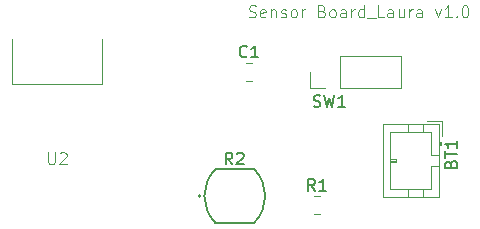
<source format=gbr>
%TF.GenerationSoftware,KiCad,Pcbnew,8.0.8*%
%TF.CreationDate,2025-02-10T00:24:17-08:00*%
%TF.ProjectId,514_final_sensor_pcb,3531345f-6669-46e6-916c-5f73656e736f,rev?*%
%TF.SameCoordinates,Original*%
%TF.FileFunction,Legend,Top*%
%TF.FilePolarity,Positive*%
%FSLAX46Y46*%
G04 Gerber Fmt 4.6, Leading zero omitted, Abs format (unit mm)*
G04 Created by KiCad (PCBNEW 8.0.8) date 2025-02-10 00:24:17*
%MOMM*%
%LPD*%
G01*
G04 APERTURE LIST*
%ADD10C,0.100000*%
%ADD11C,0.150000*%
%ADD12C,0.120000*%
%ADD13C,0.127000*%
%ADD14C,0.200000*%
G04 APERTURE END LIST*
D10*
X98256265Y-53324800D02*
X98399122Y-53372419D01*
X98399122Y-53372419D02*
X98637217Y-53372419D01*
X98637217Y-53372419D02*
X98732455Y-53324800D01*
X98732455Y-53324800D02*
X98780074Y-53277180D01*
X98780074Y-53277180D02*
X98827693Y-53181942D01*
X98827693Y-53181942D02*
X98827693Y-53086704D01*
X98827693Y-53086704D02*
X98780074Y-52991466D01*
X98780074Y-52991466D02*
X98732455Y-52943847D01*
X98732455Y-52943847D02*
X98637217Y-52896228D01*
X98637217Y-52896228D02*
X98446741Y-52848609D01*
X98446741Y-52848609D02*
X98351503Y-52800990D01*
X98351503Y-52800990D02*
X98303884Y-52753371D01*
X98303884Y-52753371D02*
X98256265Y-52658133D01*
X98256265Y-52658133D02*
X98256265Y-52562895D01*
X98256265Y-52562895D02*
X98303884Y-52467657D01*
X98303884Y-52467657D02*
X98351503Y-52420038D01*
X98351503Y-52420038D02*
X98446741Y-52372419D01*
X98446741Y-52372419D02*
X98684836Y-52372419D01*
X98684836Y-52372419D02*
X98827693Y-52420038D01*
X99637217Y-53324800D02*
X99541979Y-53372419D01*
X99541979Y-53372419D02*
X99351503Y-53372419D01*
X99351503Y-53372419D02*
X99256265Y-53324800D01*
X99256265Y-53324800D02*
X99208646Y-53229561D01*
X99208646Y-53229561D02*
X99208646Y-52848609D01*
X99208646Y-52848609D02*
X99256265Y-52753371D01*
X99256265Y-52753371D02*
X99351503Y-52705752D01*
X99351503Y-52705752D02*
X99541979Y-52705752D01*
X99541979Y-52705752D02*
X99637217Y-52753371D01*
X99637217Y-52753371D02*
X99684836Y-52848609D01*
X99684836Y-52848609D02*
X99684836Y-52943847D01*
X99684836Y-52943847D02*
X99208646Y-53039085D01*
X100113408Y-52705752D02*
X100113408Y-53372419D01*
X100113408Y-52800990D02*
X100161027Y-52753371D01*
X100161027Y-52753371D02*
X100256265Y-52705752D01*
X100256265Y-52705752D02*
X100399122Y-52705752D01*
X100399122Y-52705752D02*
X100494360Y-52753371D01*
X100494360Y-52753371D02*
X100541979Y-52848609D01*
X100541979Y-52848609D02*
X100541979Y-53372419D01*
X100970551Y-53324800D02*
X101065789Y-53372419D01*
X101065789Y-53372419D02*
X101256265Y-53372419D01*
X101256265Y-53372419D02*
X101351503Y-53324800D01*
X101351503Y-53324800D02*
X101399122Y-53229561D01*
X101399122Y-53229561D02*
X101399122Y-53181942D01*
X101399122Y-53181942D02*
X101351503Y-53086704D01*
X101351503Y-53086704D02*
X101256265Y-53039085D01*
X101256265Y-53039085D02*
X101113408Y-53039085D01*
X101113408Y-53039085D02*
X101018170Y-52991466D01*
X101018170Y-52991466D02*
X100970551Y-52896228D01*
X100970551Y-52896228D02*
X100970551Y-52848609D01*
X100970551Y-52848609D02*
X101018170Y-52753371D01*
X101018170Y-52753371D02*
X101113408Y-52705752D01*
X101113408Y-52705752D02*
X101256265Y-52705752D01*
X101256265Y-52705752D02*
X101351503Y-52753371D01*
X101970551Y-53372419D02*
X101875313Y-53324800D01*
X101875313Y-53324800D02*
X101827694Y-53277180D01*
X101827694Y-53277180D02*
X101780075Y-53181942D01*
X101780075Y-53181942D02*
X101780075Y-52896228D01*
X101780075Y-52896228D02*
X101827694Y-52800990D01*
X101827694Y-52800990D02*
X101875313Y-52753371D01*
X101875313Y-52753371D02*
X101970551Y-52705752D01*
X101970551Y-52705752D02*
X102113408Y-52705752D01*
X102113408Y-52705752D02*
X102208646Y-52753371D01*
X102208646Y-52753371D02*
X102256265Y-52800990D01*
X102256265Y-52800990D02*
X102303884Y-52896228D01*
X102303884Y-52896228D02*
X102303884Y-53181942D01*
X102303884Y-53181942D02*
X102256265Y-53277180D01*
X102256265Y-53277180D02*
X102208646Y-53324800D01*
X102208646Y-53324800D02*
X102113408Y-53372419D01*
X102113408Y-53372419D02*
X101970551Y-53372419D01*
X102732456Y-53372419D02*
X102732456Y-52705752D01*
X102732456Y-52896228D02*
X102780075Y-52800990D01*
X102780075Y-52800990D02*
X102827694Y-52753371D01*
X102827694Y-52753371D02*
X102922932Y-52705752D01*
X102922932Y-52705752D02*
X103018170Y-52705752D01*
X104446742Y-52848609D02*
X104589599Y-52896228D01*
X104589599Y-52896228D02*
X104637218Y-52943847D01*
X104637218Y-52943847D02*
X104684837Y-53039085D01*
X104684837Y-53039085D02*
X104684837Y-53181942D01*
X104684837Y-53181942D02*
X104637218Y-53277180D01*
X104637218Y-53277180D02*
X104589599Y-53324800D01*
X104589599Y-53324800D02*
X104494361Y-53372419D01*
X104494361Y-53372419D02*
X104113409Y-53372419D01*
X104113409Y-53372419D02*
X104113409Y-52372419D01*
X104113409Y-52372419D02*
X104446742Y-52372419D01*
X104446742Y-52372419D02*
X104541980Y-52420038D01*
X104541980Y-52420038D02*
X104589599Y-52467657D01*
X104589599Y-52467657D02*
X104637218Y-52562895D01*
X104637218Y-52562895D02*
X104637218Y-52658133D01*
X104637218Y-52658133D02*
X104589599Y-52753371D01*
X104589599Y-52753371D02*
X104541980Y-52800990D01*
X104541980Y-52800990D02*
X104446742Y-52848609D01*
X104446742Y-52848609D02*
X104113409Y-52848609D01*
X105256266Y-53372419D02*
X105161028Y-53324800D01*
X105161028Y-53324800D02*
X105113409Y-53277180D01*
X105113409Y-53277180D02*
X105065790Y-53181942D01*
X105065790Y-53181942D02*
X105065790Y-52896228D01*
X105065790Y-52896228D02*
X105113409Y-52800990D01*
X105113409Y-52800990D02*
X105161028Y-52753371D01*
X105161028Y-52753371D02*
X105256266Y-52705752D01*
X105256266Y-52705752D02*
X105399123Y-52705752D01*
X105399123Y-52705752D02*
X105494361Y-52753371D01*
X105494361Y-52753371D02*
X105541980Y-52800990D01*
X105541980Y-52800990D02*
X105589599Y-52896228D01*
X105589599Y-52896228D02*
X105589599Y-53181942D01*
X105589599Y-53181942D02*
X105541980Y-53277180D01*
X105541980Y-53277180D02*
X105494361Y-53324800D01*
X105494361Y-53324800D02*
X105399123Y-53372419D01*
X105399123Y-53372419D02*
X105256266Y-53372419D01*
X106446742Y-53372419D02*
X106446742Y-52848609D01*
X106446742Y-52848609D02*
X106399123Y-52753371D01*
X106399123Y-52753371D02*
X106303885Y-52705752D01*
X106303885Y-52705752D02*
X106113409Y-52705752D01*
X106113409Y-52705752D02*
X106018171Y-52753371D01*
X106446742Y-53324800D02*
X106351504Y-53372419D01*
X106351504Y-53372419D02*
X106113409Y-53372419D01*
X106113409Y-53372419D02*
X106018171Y-53324800D01*
X106018171Y-53324800D02*
X105970552Y-53229561D01*
X105970552Y-53229561D02*
X105970552Y-53134323D01*
X105970552Y-53134323D02*
X106018171Y-53039085D01*
X106018171Y-53039085D02*
X106113409Y-52991466D01*
X106113409Y-52991466D02*
X106351504Y-52991466D01*
X106351504Y-52991466D02*
X106446742Y-52943847D01*
X106922933Y-53372419D02*
X106922933Y-52705752D01*
X106922933Y-52896228D02*
X106970552Y-52800990D01*
X106970552Y-52800990D02*
X107018171Y-52753371D01*
X107018171Y-52753371D02*
X107113409Y-52705752D01*
X107113409Y-52705752D02*
X107208647Y-52705752D01*
X107970552Y-53372419D02*
X107970552Y-52372419D01*
X107970552Y-53324800D02*
X107875314Y-53372419D01*
X107875314Y-53372419D02*
X107684838Y-53372419D01*
X107684838Y-53372419D02*
X107589600Y-53324800D01*
X107589600Y-53324800D02*
X107541981Y-53277180D01*
X107541981Y-53277180D02*
X107494362Y-53181942D01*
X107494362Y-53181942D02*
X107494362Y-52896228D01*
X107494362Y-52896228D02*
X107541981Y-52800990D01*
X107541981Y-52800990D02*
X107589600Y-52753371D01*
X107589600Y-52753371D02*
X107684838Y-52705752D01*
X107684838Y-52705752D02*
X107875314Y-52705752D01*
X107875314Y-52705752D02*
X107970552Y-52753371D01*
X108208648Y-53467657D02*
X108970552Y-53467657D01*
X109684838Y-53372419D02*
X109208648Y-53372419D01*
X109208648Y-53372419D02*
X109208648Y-52372419D01*
X110446743Y-53372419D02*
X110446743Y-52848609D01*
X110446743Y-52848609D02*
X110399124Y-52753371D01*
X110399124Y-52753371D02*
X110303886Y-52705752D01*
X110303886Y-52705752D02*
X110113410Y-52705752D01*
X110113410Y-52705752D02*
X110018172Y-52753371D01*
X110446743Y-53324800D02*
X110351505Y-53372419D01*
X110351505Y-53372419D02*
X110113410Y-53372419D01*
X110113410Y-53372419D02*
X110018172Y-53324800D01*
X110018172Y-53324800D02*
X109970553Y-53229561D01*
X109970553Y-53229561D02*
X109970553Y-53134323D01*
X109970553Y-53134323D02*
X110018172Y-53039085D01*
X110018172Y-53039085D02*
X110113410Y-52991466D01*
X110113410Y-52991466D02*
X110351505Y-52991466D01*
X110351505Y-52991466D02*
X110446743Y-52943847D01*
X111351505Y-52705752D02*
X111351505Y-53372419D01*
X110922934Y-52705752D02*
X110922934Y-53229561D01*
X110922934Y-53229561D02*
X110970553Y-53324800D01*
X110970553Y-53324800D02*
X111065791Y-53372419D01*
X111065791Y-53372419D02*
X111208648Y-53372419D01*
X111208648Y-53372419D02*
X111303886Y-53324800D01*
X111303886Y-53324800D02*
X111351505Y-53277180D01*
X111827696Y-53372419D02*
X111827696Y-52705752D01*
X111827696Y-52896228D02*
X111875315Y-52800990D01*
X111875315Y-52800990D02*
X111922934Y-52753371D01*
X111922934Y-52753371D02*
X112018172Y-52705752D01*
X112018172Y-52705752D02*
X112113410Y-52705752D01*
X112875315Y-53372419D02*
X112875315Y-52848609D01*
X112875315Y-52848609D02*
X112827696Y-52753371D01*
X112827696Y-52753371D02*
X112732458Y-52705752D01*
X112732458Y-52705752D02*
X112541982Y-52705752D01*
X112541982Y-52705752D02*
X112446744Y-52753371D01*
X112875315Y-53324800D02*
X112780077Y-53372419D01*
X112780077Y-53372419D02*
X112541982Y-53372419D01*
X112541982Y-53372419D02*
X112446744Y-53324800D01*
X112446744Y-53324800D02*
X112399125Y-53229561D01*
X112399125Y-53229561D02*
X112399125Y-53134323D01*
X112399125Y-53134323D02*
X112446744Y-53039085D01*
X112446744Y-53039085D02*
X112541982Y-52991466D01*
X112541982Y-52991466D02*
X112780077Y-52991466D01*
X112780077Y-52991466D02*
X112875315Y-52943847D01*
X114018173Y-52705752D02*
X114256268Y-53372419D01*
X114256268Y-53372419D02*
X114494363Y-52705752D01*
X115399125Y-53372419D02*
X114827697Y-53372419D01*
X115113411Y-53372419D02*
X115113411Y-52372419D01*
X115113411Y-52372419D02*
X115018173Y-52515276D01*
X115018173Y-52515276D02*
X114922935Y-52610514D01*
X114922935Y-52610514D02*
X114827697Y-52658133D01*
X115827697Y-53277180D02*
X115875316Y-53324800D01*
X115875316Y-53324800D02*
X115827697Y-53372419D01*
X115827697Y-53372419D02*
X115780078Y-53324800D01*
X115780078Y-53324800D02*
X115827697Y-53277180D01*
X115827697Y-53277180D02*
X115827697Y-53372419D01*
X116494363Y-52372419D02*
X116589601Y-52372419D01*
X116589601Y-52372419D02*
X116684839Y-52420038D01*
X116684839Y-52420038D02*
X116732458Y-52467657D01*
X116732458Y-52467657D02*
X116780077Y-52562895D01*
X116780077Y-52562895D02*
X116827696Y-52753371D01*
X116827696Y-52753371D02*
X116827696Y-52991466D01*
X116827696Y-52991466D02*
X116780077Y-53181942D01*
X116780077Y-53181942D02*
X116732458Y-53277180D01*
X116732458Y-53277180D02*
X116684839Y-53324800D01*
X116684839Y-53324800D02*
X116589601Y-53372419D01*
X116589601Y-53372419D02*
X116494363Y-53372419D01*
X116494363Y-53372419D02*
X116399125Y-53324800D01*
X116399125Y-53324800D02*
X116351506Y-53277180D01*
X116351506Y-53277180D02*
X116303887Y-53181942D01*
X116303887Y-53181942D02*
X116256268Y-52991466D01*
X116256268Y-52991466D02*
X116256268Y-52753371D01*
X116256268Y-52753371D02*
X116303887Y-52562895D01*
X116303887Y-52562895D02*
X116351506Y-52467657D01*
X116351506Y-52467657D02*
X116399125Y-52420038D01*
X116399125Y-52420038D02*
X116494363Y-52372419D01*
D11*
X115331009Y-65785714D02*
X115378628Y-65642857D01*
X115378628Y-65642857D02*
X115426247Y-65595238D01*
X115426247Y-65595238D02*
X115521485Y-65547619D01*
X115521485Y-65547619D02*
X115664342Y-65547619D01*
X115664342Y-65547619D02*
X115759580Y-65595238D01*
X115759580Y-65595238D02*
X115807200Y-65642857D01*
X115807200Y-65642857D02*
X115854819Y-65738095D01*
X115854819Y-65738095D02*
X115854819Y-66119047D01*
X115854819Y-66119047D02*
X114854819Y-66119047D01*
X114854819Y-66119047D02*
X114854819Y-65785714D01*
X114854819Y-65785714D02*
X114902438Y-65690476D01*
X114902438Y-65690476D02*
X114950057Y-65642857D01*
X114950057Y-65642857D02*
X115045295Y-65595238D01*
X115045295Y-65595238D02*
X115140533Y-65595238D01*
X115140533Y-65595238D02*
X115235771Y-65642857D01*
X115235771Y-65642857D02*
X115283390Y-65690476D01*
X115283390Y-65690476D02*
X115331009Y-65785714D01*
X115331009Y-65785714D02*
X115331009Y-66119047D01*
X114854819Y-65261904D02*
X114854819Y-64690476D01*
X115854819Y-64976190D02*
X114854819Y-64976190D01*
X115854819Y-63833333D02*
X115854819Y-64404761D01*
X115854819Y-64119047D02*
X114854819Y-64119047D01*
X114854819Y-64119047D02*
X114997676Y-64214285D01*
X114997676Y-64214285D02*
X115092914Y-64309523D01*
X115092914Y-64309523D02*
X115140533Y-64404761D01*
X103833333Y-68054819D02*
X103500000Y-67578628D01*
X103261905Y-68054819D02*
X103261905Y-67054819D01*
X103261905Y-67054819D02*
X103642857Y-67054819D01*
X103642857Y-67054819D02*
X103738095Y-67102438D01*
X103738095Y-67102438D02*
X103785714Y-67150057D01*
X103785714Y-67150057D02*
X103833333Y-67245295D01*
X103833333Y-67245295D02*
X103833333Y-67388152D01*
X103833333Y-67388152D02*
X103785714Y-67483390D01*
X103785714Y-67483390D02*
X103738095Y-67531009D01*
X103738095Y-67531009D02*
X103642857Y-67578628D01*
X103642857Y-67578628D02*
X103261905Y-67578628D01*
X104785714Y-68054819D02*
X104214286Y-68054819D01*
X104500000Y-68054819D02*
X104500000Y-67054819D01*
X104500000Y-67054819D02*
X104404762Y-67197676D01*
X104404762Y-67197676D02*
X104309524Y-67292914D01*
X104309524Y-67292914D02*
X104214286Y-67340533D01*
X98083333Y-56679580D02*
X98035714Y-56727200D01*
X98035714Y-56727200D02*
X97892857Y-56774819D01*
X97892857Y-56774819D02*
X97797619Y-56774819D01*
X97797619Y-56774819D02*
X97654762Y-56727200D01*
X97654762Y-56727200D02*
X97559524Y-56631961D01*
X97559524Y-56631961D02*
X97511905Y-56536723D01*
X97511905Y-56536723D02*
X97464286Y-56346247D01*
X97464286Y-56346247D02*
X97464286Y-56203390D01*
X97464286Y-56203390D02*
X97511905Y-56012914D01*
X97511905Y-56012914D02*
X97559524Y-55917676D01*
X97559524Y-55917676D02*
X97654762Y-55822438D01*
X97654762Y-55822438D02*
X97797619Y-55774819D01*
X97797619Y-55774819D02*
X97892857Y-55774819D01*
X97892857Y-55774819D02*
X98035714Y-55822438D01*
X98035714Y-55822438D02*
X98083333Y-55870057D01*
X99035714Y-56774819D02*
X98464286Y-56774819D01*
X98750000Y-56774819D02*
X98750000Y-55774819D01*
X98750000Y-55774819D02*
X98654762Y-55917676D01*
X98654762Y-55917676D02*
X98559524Y-56012914D01*
X98559524Y-56012914D02*
X98464286Y-56060533D01*
X96848196Y-65827588D02*
X96514590Y-65351007D01*
X96276300Y-65827588D02*
X96276300Y-64826769D01*
X96276300Y-64826769D02*
X96657564Y-64826769D01*
X96657564Y-64826769D02*
X96752880Y-64874427D01*
X96752880Y-64874427D02*
X96800538Y-64922085D01*
X96800538Y-64922085D02*
X96848196Y-65017401D01*
X96848196Y-65017401D02*
X96848196Y-65160375D01*
X96848196Y-65160375D02*
X96800538Y-65255691D01*
X96800538Y-65255691D02*
X96752880Y-65303349D01*
X96752880Y-65303349D02*
X96657564Y-65351007D01*
X96657564Y-65351007D02*
X96276300Y-65351007D01*
X97229461Y-64922085D02*
X97277119Y-64874427D01*
X97277119Y-64874427D02*
X97372435Y-64826769D01*
X97372435Y-64826769D02*
X97610725Y-64826769D01*
X97610725Y-64826769D02*
X97706041Y-64874427D01*
X97706041Y-64874427D02*
X97753699Y-64922085D01*
X97753699Y-64922085D02*
X97801357Y-65017401D01*
X97801357Y-65017401D02*
X97801357Y-65112717D01*
X97801357Y-65112717D02*
X97753699Y-65255691D01*
X97753699Y-65255691D02*
X97181803Y-65827588D01*
X97181803Y-65827588D02*
X97801357Y-65827588D01*
D10*
X81238095Y-64807919D02*
X81238095Y-65617442D01*
X81238095Y-65617442D02*
X81285714Y-65712680D01*
X81285714Y-65712680D02*
X81333333Y-65760300D01*
X81333333Y-65760300D02*
X81428571Y-65807919D01*
X81428571Y-65807919D02*
X81619047Y-65807919D01*
X81619047Y-65807919D02*
X81714285Y-65760300D01*
X81714285Y-65760300D02*
X81761904Y-65712680D01*
X81761904Y-65712680D02*
X81809523Y-65617442D01*
X81809523Y-65617442D02*
X81809523Y-64807919D01*
X82238095Y-64903157D02*
X82285714Y-64855538D01*
X82285714Y-64855538D02*
X82380952Y-64807919D01*
X82380952Y-64807919D02*
X82619047Y-64807919D01*
X82619047Y-64807919D02*
X82714285Y-64855538D01*
X82714285Y-64855538D02*
X82761904Y-64903157D01*
X82761904Y-64903157D02*
X82809523Y-64998395D01*
X82809523Y-64998395D02*
X82809523Y-65093633D01*
X82809523Y-65093633D02*
X82761904Y-65236490D01*
X82761904Y-65236490D02*
X82190476Y-65807919D01*
X82190476Y-65807919D02*
X82809523Y-65807919D01*
D11*
X103721667Y-60907200D02*
X103864524Y-60954819D01*
X103864524Y-60954819D02*
X104102619Y-60954819D01*
X104102619Y-60954819D02*
X104197857Y-60907200D01*
X104197857Y-60907200D02*
X104245476Y-60859580D01*
X104245476Y-60859580D02*
X104293095Y-60764342D01*
X104293095Y-60764342D02*
X104293095Y-60669104D01*
X104293095Y-60669104D02*
X104245476Y-60573866D01*
X104245476Y-60573866D02*
X104197857Y-60526247D01*
X104197857Y-60526247D02*
X104102619Y-60478628D01*
X104102619Y-60478628D02*
X103912143Y-60431009D01*
X103912143Y-60431009D02*
X103816905Y-60383390D01*
X103816905Y-60383390D02*
X103769286Y-60335771D01*
X103769286Y-60335771D02*
X103721667Y-60240533D01*
X103721667Y-60240533D02*
X103721667Y-60145295D01*
X103721667Y-60145295D02*
X103769286Y-60050057D01*
X103769286Y-60050057D02*
X103816905Y-60002438D01*
X103816905Y-60002438D02*
X103912143Y-59954819D01*
X103912143Y-59954819D02*
X104150238Y-59954819D01*
X104150238Y-59954819D02*
X104293095Y-60002438D01*
X104626429Y-59954819D02*
X104864524Y-60954819D01*
X104864524Y-60954819D02*
X105055000Y-60240533D01*
X105055000Y-60240533D02*
X105245476Y-60954819D01*
X105245476Y-60954819D02*
X105483572Y-59954819D01*
X106388333Y-60954819D02*
X105816905Y-60954819D01*
X106102619Y-60954819D02*
X106102619Y-59954819D01*
X106102619Y-59954819D02*
X106007381Y-60097676D01*
X106007381Y-60097676D02*
X105912143Y-60192914D01*
X105912143Y-60192914D02*
X105816905Y-60240533D01*
D12*
%TO.C,BT1*%
X109590000Y-62440000D02*
X109590000Y-68560000D01*
X109590000Y-68560000D02*
X114310000Y-68560000D01*
X110200000Y-63050000D02*
X110200000Y-67950000D01*
X110200000Y-65400000D02*
X110700000Y-65400000D01*
X110200000Y-65500000D02*
X110700000Y-65500000D01*
X110200000Y-67950000D02*
X113700000Y-67950000D01*
X110700000Y-65400000D02*
X110700000Y-65600000D01*
X110700000Y-65600000D02*
X110200000Y-65600000D01*
X111700000Y-62440000D02*
X111700000Y-63050000D01*
X111700000Y-68560000D02*
X111700000Y-67950000D01*
X113000000Y-62440000D02*
X113000000Y-63050000D01*
X113000000Y-68560000D02*
X113000000Y-67950000D01*
X113700000Y-63050000D02*
X110200000Y-63050000D01*
X113700000Y-65000000D02*
X113700000Y-63050000D01*
X113700000Y-66000000D02*
X114310000Y-66000000D01*
X113700000Y-67950000D02*
X113700000Y-66000000D01*
X114310000Y-62440000D02*
X109590000Y-62440000D01*
X114310000Y-64200000D02*
X114510000Y-64200000D01*
X114310000Y-65000000D02*
X113700000Y-65000000D01*
X114310000Y-68560000D02*
X114310000Y-62440000D01*
X114410000Y-64200000D02*
X114410000Y-63900000D01*
X114510000Y-63900000D02*
X114310000Y-63900000D01*
X114510000Y-64200000D02*
X114510000Y-63900000D01*
X114610000Y-62140000D02*
X113360000Y-62140000D01*
X114610000Y-63390000D02*
X114610000Y-62140000D01*
%TO.C,R1*%
X103772936Y-68515000D02*
X104227064Y-68515000D01*
X103772936Y-69985000D02*
X104227064Y-69985000D01*
%TO.C,C1*%
X97988748Y-57265000D02*
X98511252Y-57265000D01*
X97988748Y-58735000D02*
X98511252Y-58735000D01*
D13*
%TO.C,R2*%
X95410000Y-66230000D02*
X98690000Y-66230000D01*
X98690000Y-70770000D02*
X95410000Y-70770000D01*
X95410000Y-70770000D02*
G75*
G02*
X95410000Y-66230000I2270000J2270000D01*
G01*
X98690000Y-66230000D02*
G75*
G02*
X98690000Y-70770000I-2269999J-2270000D01*
G01*
D14*
X94150000Y-68500000D02*
G75*
G02*
X93950000Y-68500000I-100000J0D01*
G01*
X93950000Y-68500000D02*
G75*
G02*
X94150000Y-68500000I100000J0D01*
G01*
D10*
%TO.C,U2*%
X78190000Y-55190500D02*
X78190000Y-59000500D01*
X78190000Y-59000500D02*
X85810000Y-59000500D01*
X85810000Y-59000500D02*
X85810000Y-55190500D01*
D12*
%TO.C,SW1*%
X103395000Y-59330000D02*
X103395000Y-58000000D01*
X104725000Y-59330000D02*
X103395000Y-59330000D01*
X105995000Y-56670000D02*
X111135000Y-56670000D01*
X105995000Y-59330000D02*
X105995000Y-56670000D01*
X105995000Y-59330000D02*
X111135000Y-59330000D01*
X111135000Y-59330000D02*
X111135000Y-56670000D01*
%TD*%
M02*

</source>
